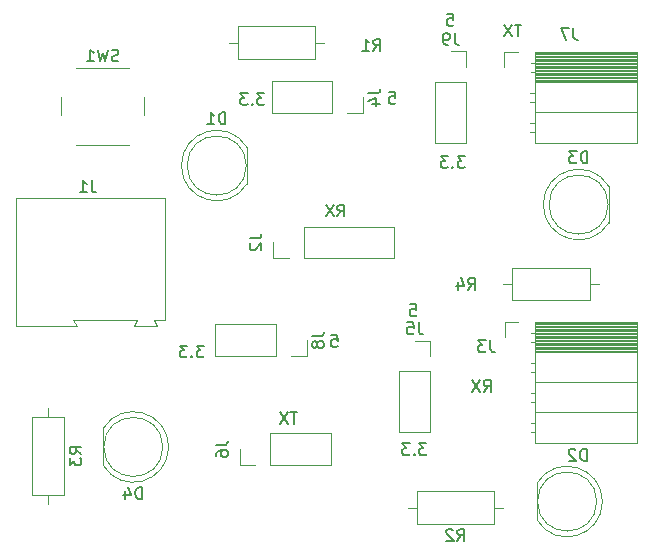
<source format=gbr>
%TF.GenerationSoftware,KiCad,Pcbnew,(6.0.7)*%
%TF.CreationDate,2022-08-21T17:21:21+03:00*%
%TF.ProjectId,ArduinoUnoHat,41726475-696e-46f5-956e-6f4861742e6b,rev?*%
%TF.SameCoordinates,Original*%
%TF.FileFunction,Legend,Bot*%
%TF.FilePolarity,Positive*%
%FSLAX46Y46*%
G04 Gerber Fmt 4.6, Leading zero omitted, Abs format (unit mm)*
G04 Created by KiCad (PCBNEW (6.0.7)) date 2022-08-21 17:21:21*
%MOMM*%
%LPD*%
G01*
G04 APERTURE LIST*
%ADD10C,0.150000*%
%ADD11C,0.120000*%
G04 APERTURE END LIST*
D10*
X172516704Y-83373980D02*
X171945276Y-83373980D01*
X172230990Y-84373980D02*
X172230990Y-83373980D01*
X171707180Y-83373980D02*
X171040514Y-84373980D01*
X171040514Y-83373980D02*
X171707180Y-84373980D01*
X153517504Y-116190780D02*
X152946076Y-116190780D01*
X153231790Y-117190780D02*
X153231790Y-116190780D01*
X152707980Y-116190780D02*
X152041314Y-117190780D01*
X152041314Y-116190780D02*
X152707980Y-117190780D01*
X156935466Y-99613980D02*
X157268800Y-99137790D01*
X157506895Y-99613980D02*
X157506895Y-98613980D01*
X157125942Y-98613980D01*
X157030704Y-98661600D01*
X156983085Y-98709219D01*
X156935466Y-98804457D01*
X156935466Y-98947314D01*
X156983085Y-99042552D01*
X157030704Y-99090171D01*
X157125942Y-99137790D01*
X157506895Y-99137790D01*
X156602133Y-98613980D02*
X155935466Y-99613980D01*
X155935466Y-98613980D02*
X156602133Y-99613980D01*
X169330666Y-114447580D02*
X169664000Y-113971390D01*
X169902095Y-114447580D02*
X169902095Y-113447580D01*
X169521142Y-113447580D01*
X169425904Y-113495200D01*
X169378285Y-113542819D01*
X169330666Y-113638057D01*
X169330666Y-113780914D01*
X169378285Y-113876152D01*
X169425904Y-113923771D01*
X169521142Y-113971390D01*
X169902095Y-113971390D01*
X168997333Y-113447580D02*
X168330666Y-114447580D01*
X168330666Y-113447580D02*
X168997333Y-114447580D01*
X156429104Y-109637580D02*
X156905295Y-109637580D01*
X156952914Y-110113771D01*
X156905295Y-110066152D01*
X156810057Y-110018533D01*
X156571961Y-110018533D01*
X156476723Y-110066152D01*
X156429104Y-110113771D01*
X156381485Y-110209009D01*
X156381485Y-110447104D01*
X156429104Y-110542342D01*
X156476723Y-110589961D01*
X156571961Y-110637580D01*
X156810057Y-110637580D01*
X156905295Y-110589961D01*
X156952914Y-110542342D01*
X163083904Y-107046780D02*
X163560095Y-107046780D01*
X163607714Y-107522971D01*
X163560095Y-107475352D01*
X163464857Y-107427733D01*
X163226761Y-107427733D01*
X163131523Y-107475352D01*
X163083904Y-107522971D01*
X163036285Y-107618209D01*
X163036285Y-107856304D01*
X163083904Y-107951542D01*
X163131523Y-107999161D01*
X163226761Y-108046780D01*
X163464857Y-108046780D01*
X163560095Y-107999161D01*
X163607714Y-107951542D01*
X166233504Y-82459580D02*
X166709695Y-82459580D01*
X166757314Y-82935771D01*
X166709695Y-82888152D01*
X166614457Y-82840533D01*
X166376361Y-82840533D01*
X166281123Y-82888152D01*
X166233504Y-82935771D01*
X166185885Y-83031009D01*
X166185885Y-83269104D01*
X166233504Y-83364342D01*
X166281123Y-83411961D01*
X166376361Y-83459580D01*
X166614457Y-83459580D01*
X166709695Y-83411961D01*
X166757314Y-83364342D01*
X161305904Y-89063580D02*
X161782095Y-89063580D01*
X161829714Y-89539771D01*
X161782095Y-89492152D01*
X161686857Y-89444533D01*
X161448761Y-89444533D01*
X161353523Y-89492152D01*
X161305904Y-89539771D01*
X161258285Y-89635009D01*
X161258285Y-89873104D01*
X161305904Y-89968342D01*
X161353523Y-90015961D01*
X161448761Y-90063580D01*
X161686857Y-90063580D01*
X161782095Y-90015961D01*
X161829714Y-89968342D01*
X167722419Y-94499180D02*
X167103371Y-94499180D01*
X167436704Y-94880133D01*
X167293847Y-94880133D01*
X167198609Y-94927752D01*
X167150990Y-94975371D01*
X167103371Y-95070609D01*
X167103371Y-95308704D01*
X167150990Y-95403942D01*
X167198609Y-95451561D01*
X167293847Y-95499180D01*
X167579561Y-95499180D01*
X167674800Y-95451561D01*
X167722419Y-95403942D01*
X166674800Y-95403942D02*
X166627180Y-95451561D01*
X166674800Y-95499180D01*
X166722419Y-95451561D01*
X166674800Y-95403942D01*
X166674800Y-95499180D01*
X166293847Y-94499180D02*
X165674800Y-94499180D01*
X166008133Y-94880133D01*
X165865276Y-94880133D01*
X165770038Y-94927752D01*
X165722419Y-94975371D01*
X165674800Y-95070609D01*
X165674800Y-95308704D01*
X165722419Y-95403942D01*
X165770038Y-95451561D01*
X165865276Y-95499180D01*
X166150990Y-95499180D01*
X166246228Y-95451561D01*
X166293847Y-95403942D01*
X164471219Y-118832380D02*
X163852171Y-118832380D01*
X164185504Y-119213333D01*
X164042647Y-119213333D01*
X163947409Y-119260952D01*
X163899790Y-119308571D01*
X163852171Y-119403809D01*
X163852171Y-119641904D01*
X163899790Y-119737142D01*
X163947409Y-119784761D01*
X164042647Y-119832380D01*
X164328361Y-119832380D01*
X164423600Y-119784761D01*
X164471219Y-119737142D01*
X163423600Y-119737142D02*
X163375980Y-119784761D01*
X163423600Y-119832380D01*
X163471219Y-119784761D01*
X163423600Y-119737142D01*
X163423600Y-119832380D01*
X163042647Y-118832380D02*
X162423600Y-118832380D01*
X162756933Y-119213333D01*
X162614076Y-119213333D01*
X162518838Y-119260952D01*
X162471219Y-119308571D01*
X162423600Y-119403809D01*
X162423600Y-119641904D01*
X162471219Y-119737142D01*
X162518838Y-119784761D01*
X162614076Y-119832380D01*
X162899790Y-119832380D01*
X162995028Y-119784761D01*
X163042647Y-119737142D01*
X145624419Y-110551980D02*
X145005371Y-110551980D01*
X145338704Y-110932933D01*
X145195847Y-110932933D01*
X145100609Y-110980552D01*
X145052990Y-111028171D01*
X145005371Y-111123409D01*
X145005371Y-111361504D01*
X145052990Y-111456742D01*
X145100609Y-111504361D01*
X145195847Y-111551980D01*
X145481561Y-111551980D01*
X145576800Y-111504361D01*
X145624419Y-111456742D01*
X144576800Y-111456742D02*
X144529180Y-111504361D01*
X144576800Y-111551980D01*
X144624419Y-111504361D01*
X144576800Y-111456742D01*
X144576800Y-111551980D01*
X144195847Y-110551980D02*
X143576800Y-110551980D01*
X143910133Y-110932933D01*
X143767276Y-110932933D01*
X143672038Y-110980552D01*
X143624419Y-111028171D01*
X143576800Y-111123409D01*
X143576800Y-111361504D01*
X143624419Y-111456742D01*
X143672038Y-111504361D01*
X143767276Y-111551980D01*
X144052990Y-111551980D01*
X144148228Y-111504361D01*
X144195847Y-111456742D01*
X150755219Y-89165180D02*
X150136171Y-89165180D01*
X150469504Y-89546133D01*
X150326647Y-89546133D01*
X150231409Y-89593752D01*
X150183790Y-89641371D01*
X150136171Y-89736609D01*
X150136171Y-89974704D01*
X150183790Y-90069942D01*
X150231409Y-90117561D01*
X150326647Y-90165180D01*
X150612361Y-90165180D01*
X150707600Y-90117561D01*
X150755219Y-90069942D01*
X149707600Y-90069942D02*
X149659980Y-90117561D01*
X149707600Y-90165180D01*
X149755219Y-90117561D01*
X149707600Y-90069942D01*
X149707600Y-90165180D01*
X149326647Y-89165180D02*
X148707600Y-89165180D01*
X149040933Y-89546133D01*
X148898076Y-89546133D01*
X148802838Y-89593752D01*
X148755219Y-89641371D01*
X148707600Y-89736609D01*
X148707600Y-89974704D01*
X148755219Y-90069942D01*
X148802838Y-90117561D01*
X148898076Y-90165180D01*
X149183790Y-90165180D01*
X149279028Y-90117561D01*
X149326647Y-90069942D01*
%TO.C,SW1*%
X138392933Y-86441161D02*
X138250076Y-86488780D01*
X138011980Y-86488780D01*
X137916742Y-86441161D01*
X137869123Y-86393542D01*
X137821504Y-86298304D01*
X137821504Y-86203066D01*
X137869123Y-86107828D01*
X137916742Y-86060209D01*
X138011980Y-86012590D01*
X138202457Y-85964971D01*
X138297695Y-85917352D01*
X138345314Y-85869733D01*
X138392933Y-85774495D01*
X138392933Y-85679257D01*
X138345314Y-85584019D01*
X138297695Y-85536400D01*
X138202457Y-85488780D01*
X137964361Y-85488780D01*
X137821504Y-85536400D01*
X137488171Y-85488780D02*
X137250076Y-86488780D01*
X137059600Y-85774495D01*
X136869123Y-86488780D01*
X136631028Y-85488780D01*
X135726266Y-86488780D02*
X136297695Y-86488780D01*
X136011980Y-86488780D02*
X136011980Y-85488780D01*
X136107219Y-85631638D01*
X136202457Y-85726876D01*
X136297695Y-85774495D01*
%TO.C,R4*%
X168009866Y-105811580D02*
X168343200Y-105335390D01*
X168581295Y-105811580D02*
X168581295Y-104811580D01*
X168200342Y-104811580D01*
X168105104Y-104859200D01*
X168057485Y-104906819D01*
X168009866Y-105002057D01*
X168009866Y-105144914D01*
X168057485Y-105240152D01*
X168105104Y-105287771D01*
X168200342Y-105335390D01*
X168581295Y-105335390D01*
X167152723Y-105144914D02*
X167152723Y-105811580D01*
X167390819Y-104763961D02*
X167628914Y-105478247D01*
X167009866Y-105478247D01*
%TO.C,R3*%
X135257980Y-119721333D02*
X134781790Y-119388000D01*
X135257980Y-119149904D02*
X134257980Y-119149904D01*
X134257980Y-119530857D01*
X134305600Y-119626095D01*
X134353219Y-119673714D01*
X134448457Y-119721333D01*
X134591314Y-119721333D01*
X134686552Y-119673714D01*
X134734171Y-119626095D01*
X134781790Y-119530857D01*
X134781790Y-119149904D01*
X134257980Y-120054666D02*
X134257980Y-120673714D01*
X134638933Y-120340380D01*
X134638933Y-120483238D01*
X134686552Y-120578476D01*
X134734171Y-120626095D01*
X134829409Y-120673714D01*
X135067504Y-120673714D01*
X135162742Y-120626095D01*
X135210361Y-120578476D01*
X135257980Y-120483238D01*
X135257980Y-120197523D01*
X135210361Y-120102285D01*
X135162742Y-120054666D01*
%TO.C,R2*%
X167095466Y-127079180D02*
X167428800Y-126602990D01*
X167666895Y-127079180D02*
X167666895Y-126079180D01*
X167285942Y-126079180D01*
X167190704Y-126126800D01*
X167143085Y-126174419D01*
X167095466Y-126269657D01*
X167095466Y-126412514D01*
X167143085Y-126507752D01*
X167190704Y-126555371D01*
X167285942Y-126602990D01*
X167666895Y-126602990D01*
X166714514Y-126174419D02*
X166666895Y-126126800D01*
X166571657Y-126079180D01*
X166333561Y-126079180D01*
X166238323Y-126126800D01*
X166190704Y-126174419D01*
X166143085Y-126269657D01*
X166143085Y-126364895D01*
X166190704Y-126507752D01*
X166762133Y-127079180D01*
X166143085Y-127079180D01*
%TO.C,R1*%
X159983466Y-85593180D02*
X160316800Y-85116990D01*
X160554895Y-85593180D02*
X160554895Y-84593180D01*
X160173942Y-84593180D01*
X160078704Y-84640800D01*
X160031085Y-84688419D01*
X159983466Y-84783657D01*
X159983466Y-84926514D01*
X160031085Y-85021752D01*
X160078704Y-85069371D01*
X160173942Y-85116990D01*
X160554895Y-85116990D01*
X159031085Y-85593180D02*
X159602514Y-85593180D01*
X159316800Y-85593180D02*
X159316800Y-84593180D01*
X159412038Y-84736038D01*
X159507276Y-84831276D01*
X159602514Y-84878895D01*
%TO.C,J9*%
X166855733Y-84091980D02*
X166855733Y-84806266D01*
X166903352Y-84949123D01*
X166998590Y-85044361D01*
X167141447Y-85091980D01*
X167236685Y-85091980D01*
X166331923Y-85091980D02*
X166141447Y-85091980D01*
X166046209Y-85044361D01*
X165998590Y-84996742D01*
X165903352Y-84853885D01*
X165855733Y-84663409D01*
X165855733Y-84282457D01*
X165903352Y-84187219D01*
X165950971Y-84139600D01*
X166046209Y-84091980D01*
X166236685Y-84091980D01*
X166331923Y-84139600D01*
X166379542Y-84187219D01*
X166427161Y-84282457D01*
X166427161Y-84520552D01*
X166379542Y-84615790D01*
X166331923Y-84663409D01*
X166236685Y-84711028D01*
X166046209Y-84711028D01*
X165950971Y-84663409D01*
X165903352Y-84615790D01*
X165855733Y-84520552D01*
%TO.C,J8*%
X154776980Y-109750266D02*
X155491266Y-109750266D01*
X155634123Y-109702647D01*
X155729361Y-109607409D01*
X155776980Y-109464552D01*
X155776980Y-109369314D01*
X155205552Y-110369314D02*
X155157933Y-110274076D01*
X155110314Y-110226457D01*
X155015076Y-110178838D01*
X154967457Y-110178838D01*
X154872219Y-110226457D01*
X154824600Y-110274076D01*
X154776980Y-110369314D01*
X154776980Y-110559790D01*
X154824600Y-110655028D01*
X154872219Y-110702647D01*
X154967457Y-110750266D01*
X155015076Y-110750266D01*
X155110314Y-110702647D01*
X155157933Y-110655028D01*
X155205552Y-110559790D01*
X155205552Y-110369314D01*
X155253171Y-110274076D01*
X155300790Y-110226457D01*
X155396028Y-110178838D01*
X155586504Y-110178838D01*
X155681742Y-110226457D01*
X155729361Y-110274076D01*
X155776980Y-110369314D01*
X155776980Y-110559790D01*
X155729361Y-110655028D01*
X155681742Y-110702647D01*
X155586504Y-110750266D01*
X155396028Y-110750266D01*
X155300790Y-110702647D01*
X155253171Y-110655028D01*
X155205552Y-110559790D01*
%TO.C,J7*%
X176894133Y-83666980D02*
X176894133Y-84381266D01*
X176941752Y-84524123D01*
X177036990Y-84619361D01*
X177179847Y-84666980D01*
X177275085Y-84666980D01*
X176513180Y-83666980D02*
X175846514Y-83666980D01*
X176275085Y-84666980D01*
%TO.C,J6*%
X146658980Y-118970066D02*
X147373266Y-118970066D01*
X147516123Y-118922447D01*
X147611361Y-118827209D01*
X147658980Y-118684352D01*
X147658980Y-118589114D01*
X146658980Y-119874828D02*
X146658980Y-119684352D01*
X146706600Y-119589114D01*
X146754219Y-119541495D01*
X146897076Y-119446257D01*
X147087552Y-119398638D01*
X147468504Y-119398638D01*
X147563742Y-119446257D01*
X147611361Y-119493876D01*
X147658980Y-119589114D01*
X147658980Y-119779590D01*
X147611361Y-119874828D01*
X147563742Y-119922447D01*
X147468504Y-119970066D01*
X147230409Y-119970066D01*
X147135171Y-119922447D01*
X147087552Y-119874828D01*
X147039933Y-119779590D01*
X147039933Y-119589114D01*
X147087552Y-119493876D01*
X147135171Y-119446257D01*
X147230409Y-119398638D01*
%TO.C,J5*%
X163807733Y-108577580D02*
X163807733Y-109291866D01*
X163855352Y-109434723D01*
X163950590Y-109529961D01*
X164093447Y-109577580D01*
X164188685Y-109577580D01*
X162855352Y-108577580D02*
X163331542Y-108577580D01*
X163379161Y-109053771D01*
X163331542Y-109006152D01*
X163236304Y-108958533D01*
X162998209Y-108958533D01*
X162902971Y-109006152D01*
X162855352Y-109053771D01*
X162807733Y-109149009D01*
X162807733Y-109387104D01*
X162855352Y-109482342D01*
X162902971Y-109529961D01*
X162998209Y-109577580D01*
X163236304Y-109577580D01*
X163331542Y-109529961D01*
X163379161Y-109482342D01*
%TO.C,J4*%
X159552180Y-89176266D02*
X160266466Y-89176266D01*
X160409323Y-89128647D01*
X160504561Y-89033409D01*
X160552180Y-88890552D01*
X160552180Y-88795314D01*
X159885514Y-90081028D02*
X160552180Y-90081028D01*
X159504561Y-89842933D02*
X160218847Y-89604838D01*
X160218847Y-90223885D01*
%TO.C,J3*%
X169852933Y-110094780D02*
X169852933Y-110809066D01*
X169900552Y-110951923D01*
X169995790Y-111047161D01*
X170138647Y-111094780D01*
X170233885Y-111094780D01*
X169471980Y-110094780D02*
X168852933Y-110094780D01*
X169186266Y-110475733D01*
X169043409Y-110475733D01*
X168948171Y-110523352D01*
X168900552Y-110570971D01*
X168852933Y-110666209D01*
X168852933Y-110904304D01*
X168900552Y-110999542D01*
X168948171Y-111047161D01*
X169043409Y-111094780D01*
X169329123Y-111094780D01*
X169424361Y-111047161D01*
X169471980Y-110999542D01*
%TO.C,J2*%
X149488780Y-101469866D02*
X150203066Y-101469866D01*
X150345923Y-101422247D01*
X150441161Y-101327009D01*
X150488780Y-101184152D01*
X150488780Y-101088914D01*
X149584019Y-101898438D02*
X149536400Y-101946057D01*
X149488780Y-102041295D01*
X149488780Y-102279390D01*
X149536400Y-102374628D01*
X149584019Y-102422247D01*
X149679257Y-102469866D01*
X149774495Y-102469866D01*
X149917352Y-102422247D01*
X150488780Y-101850819D01*
X150488780Y-102469866D01*
%TO.C,J1*%
X136121733Y-96556580D02*
X136121733Y-97270866D01*
X136169352Y-97413723D01*
X136264590Y-97508961D01*
X136407447Y-97556580D01*
X136502685Y-97556580D01*
X135121733Y-97556580D02*
X135693161Y-97556580D01*
X135407447Y-97556580D02*
X135407447Y-96556580D01*
X135502685Y-96699438D01*
X135597923Y-96794676D01*
X135693161Y-96842295D01*
%TO.C,D4*%
X140387295Y-123538380D02*
X140387295Y-122538380D01*
X140149200Y-122538380D01*
X140006342Y-122586000D01*
X139911104Y-122681238D01*
X139863485Y-122776476D01*
X139815866Y-122966952D01*
X139815866Y-123109809D01*
X139863485Y-123300285D01*
X139911104Y-123395523D01*
X140006342Y-123490761D01*
X140149200Y-123538380D01*
X140387295Y-123538380D01*
X138958723Y-122871714D02*
X138958723Y-123538380D01*
X139196819Y-122490761D02*
X139434914Y-123205047D01*
X138815866Y-123205047D01*
%TO.C,D3*%
X178085895Y-95095180D02*
X178085895Y-94095180D01*
X177847800Y-94095180D01*
X177704942Y-94142800D01*
X177609704Y-94238038D01*
X177562085Y-94333276D01*
X177514466Y-94523752D01*
X177514466Y-94666609D01*
X177562085Y-94857085D01*
X177609704Y-94952323D01*
X177704942Y-95047561D01*
X177847800Y-95095180D01*
X178085895Y-95095180D01*
X177181133Y-94095180D02*
X176562085Y-94095180D01*
X176895419Y-94476133D01*
X176752561Y-94476133D01*
X176657323Y-94523752D01*
X176609704Y-94571371D01*
X176562085Y-94666609D01*
X176562085Y-94904704D01*
X176609704Y-94999942D01*
X176657323Y-95047561D01*
X176752561Y-95095180D01*
X177038276Y-95095180D01*
X177133514Y-95047561D01*
X177181133Y-94999942D01*
%TO.C,D2*%
X178030095Y-120289580D02*
X178030095Y-119289580D01*
X177792000Y-119289580D01*
X177649142Y-119337200D01*
X177553904Y-119432438D01*
X177506285Y-119527676D01*
X177458666Y-119718152D01*
X177458666Y-119861009D01*
X177506285Y-120051485D01*
X177553904Y-120146723D01*
X177649142Y-120241961D01*
X177792000Y-120289580D01*
X178030095Y-120289580D01*
X177077714Y-119384819D02*
X177030095Y-119337200D01*
X176934857Y-119289580D01*
X176696761Y-119289580D01*
X176601523Y-119337200D01*
X176553904Y-119384819D01*
X176506285Y-119480057D01*
X176506285Y-119575295D01*
X176553904Y-119718152D01*
X177125333Y-120289580D01*
X176506285Y-120289580D01*
%TO.C,D1*%
X147448495Y-91793180D02*
X147448495Y-90793180D01*
X147210400Y-90793180D01*
X147067542Y-90840800D01*
X146972304Y-90936038D01*
X146924685Y-91031276D01*
X146877066Y-91221752D01*
X146877066Y-91364609D01*
X146924685Y-91555085D01*
X146972304Y-91650323D01*
X147067542Y-91745561D01*
X147210400Y-91793180D01*
X147448495Y-91793180D01*
X145924685Y-91793180D02*
X146496114Y-91793180D01*
X146210400Y-91793180D02*
X146210400Y-90793180D01*
X146305638Y-90936038D01*
X146400876Y-91031276D01*
X146496114Y-91078895D01*
D11*
%TO.C,SW1*%
X134809600Y-87036400D02*
X139309600Y-87036400D01*
X139309600Y-93536400D02*
X134809600Y-93536400D01*
X133559600Y-91036400D02*
X133559600Y-89536400D01*
X140559600Y-89536400D02*
X140559600Y-91036400D01*
%TO.C,R4*%
X178276000Y-106678400D02*
X171736000Y-106678400D01*
X171736000Y-103938400D02*
X178276000Y-103938400D01*
X178276000Y-103938400D02*
X178276000Y-106678400D01*
X171736000Y-106678400D02*
X171736000Y-103938400D01*
X170966000Y-105308400D02*
X171736000Y-105308400D01*
X179046000Y-105308400D02*
X178276000Y-105308400D01*
%TO.C,R3*%
X133805600Y-116618000D02*
X133805600Y-123158000D01*
X131065600Y-123158000D02*
X131065600Y-116618000D01*
X131065600Y-116618000D02*
X133805600Y-116618000D01*
X133805600Y-123158000D02*
X131065600Y-123158000D01*
X132435600Y-123928000D02*
X132435600Y-123158000D01*
X132435600Y-115848000D02*
X132435600Y-116618000D01*
%TO.C,R2*%
X170968800Y-124256800D02*
X170198800Y-124256800D01*
X162888800Y-124256800D02*
X163658800Y-124256800D01*
X163658800Y-125626800D02*
X163658800Y-122886800D01*
X170198800Y-122886800D02*
X170198800Y-125626800D01*
X163658800Y-122886800D02*
X170198800Y-122886800D01*
X170198800Y-125626800D02*
X163658800Y-125626800D01*
%TO.C,R1*%
X148520400Y-83516800D02*
X155060400Y-83516800D01*
X155060400Y-86256800D02*
X148520400Y-86256800D01*
X148520400Y-86256800D02*
X148520400Y-83516800D01*
X155060400Y-83516800D02*
X155060400Y-86256800D01*
X155830400Y-84886800D02*
X155060400Y-84886800D01*
X147750400Y-84886800D02*
X148520400Y-84886800D01*
%TO.C,J9*%
X167852400Y-93379600D02*
X165192400Y-93379600D01*
X167852400Y-88239600D02*
X167852400Y-93379600D01*
X167852400Y-86969600D02*
X167852400Y-85639600D01*
X165192400Y-88239600D02*
X165192400Y-93379600D01*
X167852400Y-85639600D02*
X166522400Y-85639600D01*
X167852400Y-88239600D02*
X165192400Y-88239600D01*
%TO.C,J8*%
X146584600Y-111413600D02*
X146584600Y-108753600D01*
X151724600Y-111413600D02*
X146584600Y-111413600D01*
X152994600Y-111413600D02*
X154324600Y-111413600D01*
X151724600Y-108753600D02*
X146584600Y-108753600D01*
X154324600Y-111413600D02*
X154324600Y-110083600D01*
X151724600Y-111413600D02*
X151724600Y-108753600D01*
%TO.C,J7*%
X173640800Y-89884600D02*
X173230800Y-89884600D01*
X182270800Y-86246980D02*
X173640800Y-86246980D01*
X182270800Y-87664120D02*
X173640800Y-87664120D01*
X182270800Y-87900310D02*
X173640800Y-87900310D01*
X173640800Y-87344600D02*
X173290800Y-87344600D01*
X182270800Y-85654600D02*
X173640800Y-85654600D01*
X182270800Y-90794600D02*
X173640800Y-90794600D01*
X182270800Y-87782215D02*
X173640800Y-87782215D01*
X182270800Y-86010790D02*
X173640800Y-86010790D01*
X173640800Y-86624600D02*
X173290800Y-86624600D01*
X182270800Y-86719360D02*
X173640800Y-86719360D01*
X173640800Y-91704600D02*
X173230800Y-91704600D01*
X182270800Y-86601265D02*
X173640800Y-86601265D01*
X182270800Y-85774600D02*
X173640800Y-85774600D01*
X182270800Y-87073645D02*
X173640800Y-87073645D01*
X182270800Y-88254600D02*
X173640800Y-88254600D01*
X182270800Y-88136500D02*
X173640800Y-88136500D01*
X182270800Y-85892695D02*
X173640800Y-85892695D01*
X182270800Y-86365075D02*
X173640800Y-86365075D01*
X182270800Y-86837455D02*
X173640800Y-86837455D01*
X173640800Y-85654600D02*
X173640800Y-93394600D01*
X182270800Y-87191740D02*
X173640800Y-87191740D01*
X182270800Y-86955550D02*
X173640800Y-86955550D01*
X173640800Y-89164600D02*
X173230800Y-89164600D01*
X182270800Y-87546025D02*
X173640800Y-87546025D01*
X182270800Y-93394600D02*
X173640800Y-93394600D01*
X182270800Y-86128885D02*
X173640800Y-86128885D01*
X172180800Y-85654600D02*
X171070800Y-85654600D01*
X182270800Y-87427930D02*
X173640800Y-87427930D01*
X182270800Y-86483170D02*
X173640800Y-86483170D01*
X182270800Y-88018405D02*
X173640800Y-88018405D01*
X182270800Y-85654600D02*
X182270800Y-93394600D01*
X173640800Y-92424600D02*
X173230800Y-92424600D01*
X182270800Y-87309835D02*
X173640800Y-87309835D01*
X171070800Y-85654600D02*
X171070800Y-86984600D01*
%TO.C,J6*%
X148646600Y-119303400D02*
X148646600Y-120633400D01*
X151246600Y-120633400D02*
X156386600Y-120633400D01*
X151246600Y-117973400D02*
X156386600Y-117973400D01*
X151246600Y-117973400D02*
X151246600Y-120633400D01*
X148646600Y-120633400D02*
X149976600Y-120633400D01*
X156386600Y-117973400D02*
X156386600Y-120633400D01*
%TO.C,J5*%
X164804400Y-117865200D02*
X162144400Y-117865200D01*
X164804400Y-112725200D02*
X164804400Y-117865200D01*
X164804400Y-111455200D02*
X164804400Y-110125200D01*
X162144400Y-112725200D02*
X162144400Y-117865200D01*
X164804400Y-110125200D02*
X163474400Y-110125200D01*
X164804400Y-112725200D02*
X162144400Y-112725200D01*
%TO.C,J4*%
X151359800Y-90839600D02*
X151359800Y-88179600D01*
X156499800Y-90839600D02*
X151359800Y-90839600D01*
X157769800Y-90839600D02*
X159099800Y-90839600D01*
X156499800Y-88179600D02*
X151359800Y-88179600D01*
X159099800Y-90839600D02*
X159099800Y-89509600D01*
X156499800Y-90839600D02*
X156499800Y-88179600D01*
%TO.C,J3*%
X182321600Y-110401825D02*
X173691600Y-110401825D01*
X182321600Y-109929445D02*
X173691600Y-109929445D01*
X182321600Y-110992300D02*
X173691600Y-110992300D01*
X182321600Y-109575160D02*
X173691600Y-109575160D01*
X182321600Y-108984685D02*
X173691600Y-108984685D01*
X182321600Y-110519920D02*
X173691600Y-110519920D01*
X182321600Y-111110400D02*
X173691600Y-111110400D01*
X173691600Y-112740400D02*
X173281600Y-112740400D01*
X173691600Y-117820400D02*
X173281600Y-117820400D01*
X182321600Y-108748495D02*
X173691600Y-108748495D01*
X182321600Y-109338970D02*
X173691600Y-109338970D01*
X173691600Y-109480400D02*
X173341600Y-109480400D01*
X173691600Y-108510400D02*
X173691600Y-118790400D01*
X182321600Y-108510400D02*
X182321600Y-118790400D01*
X182321600Y-108630400D02*
X173691600Y-108630400D01*
X182321600Y-109220875D02*
X173691600Y-109220875D01*
X182321600Y-113650400D02*
X173691600Y-113650400D01*
X173691600Y-117100400D02*
X173281600Y-117100400D01*
X182321600Y-108510400D02*
X173691600Y-108510400D01*
X182321600Y-109811350D02*
X173691600Y-109811350D01*
X182321600Y-110874205D02*
X173691600Y-110874205D01*
X172231600Y-108510400D02*
X171121600Y-108510400D01*
X182321600Y-109102780D02*
X173691600Y-109102780D01*
X182321600Y-110165635D02*
X173691600Y-110165635D01*
X173691600Y-112020400D02*
X173281600Y-112020400D01*
X173691600Y-115280400D02*
X173281600Y-115280400D01*
X182321600Y-109457065D02*
X173691600Y-109457065D01*
X182321600Y-110638015D02*
X173691600Y-110638015D01*
X182321600Y-108866590D02*
X173691600Y-108866590D01*
X182321600Y-116190400D02*
X173691600Y-116190400D01*
X173691600Y-114560400D02*
X173281600Y-114560400D01*
X182321600Y-110756110D02*
X173691600Y-110756110D01*
X182321600Y-110047540D02*
X173691600Y-110047540D01*
X182321600Y-109693255D02*
X173691600Y-109693255D01*
X173691600Y-110200400D02*
X173341600Y-110200400D01*
X182321600Y-110283730D02*
X173691600Y-110283730D01*
X171121600Y-108510400D02*
X171121600Y-109840400D01*
X182321600Y-118790400D02*
X173691600Y-118790400D01*
%TO.C,J2*%
X161756400Y-100473200D02*
X161756400Y-103133200D01*
X154076400Y-103133200D02*
X161756400Y-103133200D01*
X154076400Y-100473200D02*
X154076400Y-103133200D01*
X154076400Y-100473200D02*
X161756400Y-100473200D01*
X151476400Y-103133200D02*
X152806400Y-103133200D01*
X151476400Y-101803200D02*
X151476400Y-103133200D01*
%TO.C,J1*%
X141642400Y-108860200D02*
X139742400Y-108860200D01*
X142342400Y-108360200D02*
X141392400Y-108360200D01*
X134542400Y-108360200D02*
X134842400Y-108860200D01*
X141392400Y-108360200D02*
X141642400Y-108860200D01*
X139942400Y-108360200D02*
X134542400Y-108360200D01*
X129742400Y-98010200D02*
X142342400Y-98010200D01*
X129742400Y-108860200D02*
X129742400Y-98010200D01*
X134842400Y-108860200D02*
X129742400Y-108860200D01*
X139742400Y-108860200D02*
X139692400Y-108860200D01*
X142342400Y-98010200D02*
X142342400Y-108360200D01*
X139692400Y-108860200D02*
X139942400Y-108360200D01*
%TO.C,D4*%
X142149200Y-119126000D02*
G75*
G03*
X142149200Y-119126000I-2500000J0D01*
G01*
X137089200Y-120670830D02*
G75*
G03*
X142639200Y-119125538I2560000J1544830D01*
G01*
X142639200Y-119126462D02*
G75*
G03*
X137089200Y-117581170I-2990000J462D01*
G01*
X137089200Y-120671000D02*
X137089200Y-117581000D01*
%TO.C,D3*%
X179847800Y-98602800D02*
G75*
G03*
X179847800Y-98602800I-2500000J0D01*
G01*
X179907800Y-97057970D02*
G75*
G03*
X174357800Y-98603262I-2560000J-1544830D01*
G01*
X174357800Y-98602338D02*
G75*
G03*
X179907800Y-100147630I2990000J-462D01*
G01*
X179907800Y-97057800D02*
X179907800Y-100147800D01*
%TO.C,D2*%
X178877600Y-123748800D02*
G75*
G03*
X178877600Y-123748800I-2500000J0D01*
G01*
X173817600Y-125293630D02*
G75*
G03*
X179367600Y-123748338I2560000J1544830D01*
G01*
X179367600Y-123749262D02*
G75*
G03*
X173817600Y-122203970I-2990000J462D01*
G01*
X173817600Y-125293800D02*
X173817600Y-122203800D01*
%TO.C,D1*%
X149210400Y-95300800D02*
G75*
G03*
X149210400Y-95300800I-2500000J0D01*
G01*
X149270400Y-93755970D02*
G75*
G03*
X143720400Y-95301262I-2560000J-1544830D01*
G01*
X143720400Y-95300338D02*
G75*
G03*
X149270400Y-96845630I2990000J-462D01*
G01*
X149270400Y-93755800D02*
X149270400Y-96845800D01*
%TD*%
M02*

</source>
